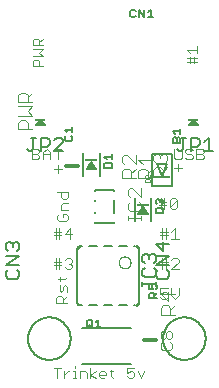
<source format=gbr>
G04 EAGLE Gerber RS-274X export*
G75*
%MOMM*%
%FSLAX34Y34*%
%LPD*%
%INSilkscreen Top*%
%IPPOS*%
%AMOC8*
5,1,8,0,0,1.08239X$1,22.5*%
G01*
%ADD10C,0.101600*%
%ADD11C,0.076200*%
%ADD12C,0.152400*%
%ADD13C,0.304800*%
%ADD14C,0.015238*%
%ADD15C,0.050800*%
%ADD16C,0.127000*%
%ADD17C,0.203200*%
%ADD18R,0.889000X0.190500*%
%ADD19R,1.400000X0.200000*%
%ADD20C,0.025400*%
%ADD21R,1.000000X0.200000*%

G36*
X68598Y77982D02*
X68598Y77982D01*
X68615Y77980D01*
X68719Y78001D01*
X68823Y78019D01*
X68838Y78027D01*
X68856Y78031D01*
X68947Y78084D01*
X69040Y78134D01*
X69052Y78146D01*
X69068Y78156D01*
X69137Y78235D01*
X69210Y78312D01*
X69217Y78328D01*
X69229Y78342D01*
X69269Y78439D01*
X69313Y78535D01*
X69315Y78553D01*
X69322Y78569D01*
X69329Y78675D01*
X69340Y78779D01*
X69336Y78797D01*
X69338Y78815D01*
X69310Y78917D01*
X69288Y79020D01*
X69279Y79035D01*
X69274Y79052D01*
X69189Y79197D01*
X65379Y84277D01*
X65376Y84280D01*
X65374Y84284D01*
X65287Y84365D01*
X65202Y84447D01*
X65198Y84449D01*
X65195Y84452D01*
X65086Y84502D01*
X64979Y84552D01*
X64975Y84552D01*
X64971Y84554D01*
X64853Y84567D01*
X64735Y84580D01*
X64731Y84580D01*
X64726Y84580D01*
X64610Y84554D01*
X64494Y84530D01*
X64490Y84527D01*
X64486Y84526D01*
X64384Y84465D01*
X64282Y84405D01*
X64279Y84401D01*
X64276Y84399D01*
X64161Y84277D01*
X60351Y79197D01*
X60343Y79181D01*
X60331Y79168D01*
X60286Y79072D01*
X60237Y78979D01*
X60234Y78961D01*
X60227Y78945D01*
X60215Y78840D01*
X60199Y78736D01*
X60202Y78718D01*
X60200Y78701D01*
X60222Y78598D01*
X60240Y78493D01*
X60248Y78478D01*
X60252Y78460D01*
X60306Y78370D01*
X60356Y78277D01*
X60369Y78264D01*
X60378Y78249D01*
X60458Y78180D01*
X60535Y78108D01*
X60552Y78101D01*
X60565Y78089D01*
X60663Y78050D01*
X60759Y78006D01*
X60777Y78004D01*
X60793Y77997D01*
X60960Y77979D01*
X68580Y77979D01*
X68598Y77982D01*
G37*
G36*
X-60942Y77982D02*
X-60942Y77982D01*
X-60925Y77980D01*
X-60821Y78001D01*
X-60717Y78019D01*
X-60702Y78027D01*
X-60684Y78031D01*
X-60593Y78084D01*
X-60500Y78134D01*
X-60488Y78146D01*
X-60472Y78156D01*
X-60403Y78235D01*
X-60331Y78312D01*
X-60323Y78328D01*
X-60311Y78342D01*
X-60271Y78439D01*
X-60227Y78535D01*
X-60225Y78553D01*
X-60218Y78569D01*
X-60211Y78675D01*
X-60200Y78779D01*
X-60204Y78797D01*
X-60202Y78815D01*
X-60230Y78917D01*
X-60252Y79020D01*
X-60261Y79035D01*
X-60266Y79052D01*
X-60351Y79197D01*
X-64161Y84277D01*
X-64164Y84280D01*
X-64166Y84284D01*
X-64253Y84365D01*
X-64338Y84447D01*
X-64342Y84449D01*
X-64345Y84452D01*
X-64454Y84502D01*
X-64561Y84552D01*
X-64565Y84552D01*
X-64569Y84554D01*
X-64687Y84567D01*
X-64805Y84580D01*
X-64809Y84580D01*
X-64814Y84580D01*
X-64930Y84554D01*
X-65046Y84530D01*
X-65050Y84527D01*
X-65054Y84526D01*
X-65156Y84465D01*
X-65258Y84405D01*
X-65261Y84401D01*
X-65264Y84399D01*
X-65379Y84277D01*
X-69189Y79197D01*
X-69197Y79181D01*
X-69210Y79168D01*
X-69254Y79072D01*
X-69303Y78979D01*
X-69306Y78961D01*
X-69313Y78945D01*
X-69325Y78840D01*
X-69341Y78736D01*
X-69338Y78718D01*
X-69340Y78701D01*
X-69318Y78598D01*
X-69300Y78493D01*
X-69292Y78478D01*
X-69288Y78460D01*
X-69234Y78370D01*
X-69184Y78277D01*
X-69171Y78264D01*
X-69162Y78249D01*
X-69082Y78180D01*
X-69005Y78108D01*
X-68988Y78101D01*
X-68975Y78089D01*
X-68877Y78050D01*
X-68781Y78006D01*
X-68763Y78004D01*
X-68747Y77997D01*
X-68580Y77979D01*
X-60960Y77979D01*
X-60942Y77982D01*
G37*
G36*
X-19519Y42715D02*
X-19519Y42715D01*
X-19447Y42715D01*
X-19379Y42735D01*
X-19309Y42745D01*
X-19243Y42774D01*
X-19174Y42794D01*
X-19114Y42832D01*
X-19049Y42861D01*
X-18994Y42907D01*
X-18934Y42945D01*
X-18886Y42999D01*
X-18832Y43045D01*
X-18792Y43104D01*
X-18745Y43158D01*
X-18714Y43222D01*
X-18675Y43281D01*
X-18653Y43350D01*
X-18622Y43414D01*
X-18610Y43484D01*
X-18589Y43552D01*
X-18587Y43624D01*
X-18575Y43695D01*
X-18583Y43765D01*
X-18581Y43836D01*
X-18600Y43906D01*
X-18608Y43977D01*
X-18633Y44032D01*
X-18653Y44111D01*
X-18714Y44214D01*
X-18745Y44283D01*
X-20745Y47283D01*
X-20822Y47370D01*
X-20895Y47460D01*
X-20917Y47475D01*
X-20935Y47495D01*
X-21032Y47557D01*
X-21127Y47624D01*
X-21153Y47632D01*
X-21175Y47647D01*
X-21286Y47679D01*
X-21396Y47717D01*
X-21423Y47718D01*
X-21448Y47725D01*
X-21564Y47725D01*
X-21680Y47731D01*
X-21706Y47725D01*
X-21733Y47725D01*
X-21844Y47693D01*
X-21957Y47667D01*
X-21980Y47654D01*
X-22006Y47646D01*
X-22104Y47584D01*
X-22205Y47528D01*
X-22221Y47510D01*
X-22246Y47495D01*
X-22431Y47287D01*
X-22435Y47283D01*
X-24435Y44283D01*
X-24466Y44219D01*
X-24506Y44159D01*
X-24527Y44091D01*
X-24558Y44027D01*
X-24570Y43956D01*
X-24591Y43888D01*
X-24593Y43817D01*
X-24605Y43747D01*
X-24597Y43675D01*
X-24599Y43604D01*
X-24581Y43535D01*
X-24572Y43464D01*
X-24545Y43398D01*
X-24527Y43329D01*
X-24490Y43268D01*
X-24463Y43202D01*
X-24418Y43146D01*
X-24382Y43084D01*
X-24330Y43035D01*
X-24285Y42980D01*
X-24227Y42939D01*
X-24174Y42890D01*
X-24111Y42857D01*
X-24053Y42816D01*
X-23985Y42793D01*
X-23921Y42760D01*
X-23862Y42750D01*
X-23784Y42723D01*
X-23665Y42717D01*
X-23590Y42705D01*
X-19590Y42705D01*
X-19519Y42715D01*
G37*
G36*
X24169Y4615D02*
X24169Y4615D01*
X24241Y4615D01*
X24309Y4635D01*
X24380Y4645D01*
X24445Y4674D01*
X24514Y4694D01*
X24574Y4732D01*
X24639Y4761D01*
X24694Y4807D01*
X24754Y4845D01*
X24802Y4899D01*
X24856Y4945D01*
X24896Y5004D01*
X24943Y5058D01*
X24974Y5122D01*
X25014Y5181D01*
X25035Y5250D01*
X25066Y5314D01*
X25078Y5384D01*
X25099Y5452D01*
X25101Y5524D01*
X25113Y5595D01*
X25105Y5665D01*
X25107Y5736D01*
X25088Y5806D01*
X25080Y5877D01*
X25055Y5932D01*
X25035Y6011D01*
X24974Y6114D01*
X24943Y6183D01*
X22943Y9183D01*
X22866Y9270D01*
X22793Y9360D01*
X22771Y9375D01*
X22753Y9395D01*
X22656Y9457D01*
X22561Y9524D01*
X22535Y9532D01*
X22513Y9547D01*
X22402Y9579D01*
X22292Y9617D01*
X22265Y9618D01*
X22240Y9625D01*
X22124Y9625D01*
X22008Y9631D01*
X21982Y9625D01*
X21955Y9625D01*
X21844Y9593D01*
X21731Y9567D01*
X21708Y9554D01*
X21682Y9546D01*
X21584Y9484D01*
X21483Y9428D01*
X21467Y9410D01*
X21442Y9395D01*
X21257Y9187D01*
X21253Y9183D01*
X19253Y6183D01*
X19222Y6119D01*
X19183Y6059D01*
X19161Y5991D01*
X19130Y5927D01*
X19118Y5856D01*
X19097Y5788D01*
X19095Y5717D01*
X19083Y5647D01*
X19091Y5575D01*
X19089Y5504D01*
X19107Y5435D01*
X19116Y5364D01*
X19143Y5298D01*
X19161Y5229D01*
X19198Y5168D01*
X19225Y5102D01*
X19270Y5046D01*
X19307Y4984D01*
X19358Y4935D01*
X19403Y4880D01*
X19462Y4839D01*
X19514Y4790D01*
X19577Y4757D01*
X19635Y4716D01*
X19703Y4693D01*
X19767Y4660D01*
X19826Y4650D01*
X19904Y4623D01*
X20023Y4617D01*
X20098Y4605D01*
X24098Y4605D01*
X24169Y4615D01*
G37*
D10*
X-62738Y128778D02*
X-71381Y128778D01*
X-71381Y133100D01*
X-69941Y134540D01*
X-67060Y134540D01*
X-65619Y133100D01*
X-65619Y128778D01*
X-62738Y137665D02*
X-71381Y137665D01*
X-65619Y140547D02*
X-62738Y137665D01*
X-65619Y140547D02*
X-62738Y143428D01*
X-71381Y143428D01*
X-71381Y146553D02*
X-62738Y146553D01*
X-71381Y146553D02*
X-71381Y150875D01*
X-69941Y152315D01*
X-67060Y152315D01*
X-65619Y150875D01*
X-65619Y146553D01*
X-65619Y149434D02*
X-62738Y152315D01*
X59429Y132759D02*
X68072Y132759D01*
X68072Y135640D02*
X59429Y135640D01*
X62310Y135640D02*
X62310Y131318D01*
X62310Y135640D02*
X62310Y137080D01*
X65191Y137080D02*
X65191Y131318D01*
X62310Y140205D02*
X59429Y143087D01*
X68072Y143087D01*
X68072Y145968D02*
X68072Y140205D01*
X-71945Y59190D02*
X-71945Y50038D01*
X-71945Y59190D02*
X-67369Y59190D01*
X-65844Y57665D01*
X-65844Y56139D01*
X-67369Y54614D01*
X-65844Y53089D01*
X-65844Y51563D01*
X-67369Y50038D01*
X-71945Y50038D01*
X-71945Y54614D02*
X-67369Y54614D01*
X-62590Y56139D02*
X-62590Y50038D01*
X-62590Y56139D02*
X-59539Y59190D01*
X-56488Y56139D01*
X-56488Y50038D01*
X-56488Y54614D02*
X-62590Y54614D01*
X-50184Y50038D02*
X-50184Y59190D01*
X-53234Y59190D02*
X-47133Y59190D01*
X48705Y59190D02*
X48705Y51563D01*
X50231Y50038D01*
X53281Y50038D01*
X54806Y51563D01*
X54806Y59190D01*
X62636Y59190D02*
X64162Y57665D01*
X62636Y59190D02*
X59586Y59190D01*
X58060Y57665D01*
X58060Y56139D01*
X59586Y54614D01*
X62636Y54614D01*
X64162Y53089D01*
X64162Y51563D01*
X62636Y50038D01*
X59586Y50038D01*
X58060Y51563D01*
X67416Y50038D02*
X67416Y59190D01*
X71992Y59190D01*
X73517Y57665D01*
X73517Y56139D01*
X71992Y54614D01*
X73517Y53089D01*
X73517Y51563D01*
X71992Y50038D01*
X67416Y50038D01*
X67416Y54614D02*
X71992Y54614D01*
X-48775Y4006D02*
X-50300Y2481D01*
X-50300Y-570D01*
X-48775Y-2095D01*
X-42673Y-2095D01*
X-41148Y-570D01*
X-41148Y2481D01*
X-42673Y4006D01*
X-45724Y4006D01*
X-45724Y956D01*
X-47249Y7260D02*
X-41148Y7260D01*
X-47249Y7260D02*
X-47249Y11836D01*
X-45724Y13362D01*
X-41148Y13362D01*
X-41148Y22717D02*
X-50300Y22717D01*
X-41148Y22717D02*
X-41148Y18141D01*
X-42673Y16616D01*
X-45724Y16616D01*
X-47249Y18141D01*
X-47249Y22717D01*
X37128Y17280D02*
X37128Y8128D01*
X40179Y8128D02*
X40179Y17280D01*
X40179Y14229D02*
X35603Y14229D01*
X40179Y14229D02*
X41704Y14229D01*
X41704Y11179D02*
X35603Y11179D01*
X44958Y9653D02*
X44958Y15755D01*
X46483Y17280D01*
X49534Y17280D01*
X51059Y15755D01*
X51059Y9653D01*
X49534Y8128D01*
X46483Y8128D01*
X44958Y9653D01*
X51059Y15755D01*
X38398Y-8120D02*
X38398Y-17272D01*
X41449Y-17272D02*
X41449Y-8120D01*
X41449Y-11171D02*
X36873Y-11171D01*
X41449Y-11171D02*
X42974Y-11171D01*
X42974Y-14221D02*
X36873Y-14221D01*
X46228Y-11171D02*
X49279Y-8120D01*
X49279Y-17272D01*
X52329Y-17272D02*
X46228Y-17272D01*
X38398Y-33520D02*
X38398Y-42672D01*
X41449Y-42672D02*
X41449Y-33520D01*
X41449Y-36571D02*
X36873Y-36571D01*
X41449Y-36571D02*
X42974Y-36571D01*
X42974Y-39621D02*
X36873Y-39621D01*
X46228Y-42672D02*
X52329Y-42672D01*
X46228Y-42672D02*
X52329Y-36571D01*
X52329Y-35046D01*
X50804Y-33520D01*
X47753Y-33520D01*
X46228Y-35046D01*
X42974Y-58920D02*
X36873Y-58920D01*
X36873Y-63496D01*
X39923Y-61971D01*
X41449Y-61971D01*
X42974Y-63496D01*
X42974Y-66547D01*
X41449Y-68072D01*
X38398Y-68072D01*
X36873Y-66547D01*
X46228Y-65021D02*
X46228Y-58920D01*
X46228Y-65021D02*
X49279Y-68072D01*
X52329Y-65021D01*
X52329Y-58920D01*
X-42418Y-71656D02*
X-51570Y-71656D01*
X-51570Y-67080D01*
X-50045Y-65554D01*
X-46994Y-65554D01*
X-45469Y-67080D01*
X-45469Y-71656D01*
X-45469Y-68605D02*
X-42418Y-65554D01*
X-42418Y-62300D02*
X-42418Y-57725D01*
X-43943Y-56199D01*
X-45469Y-57725D01*
X-45469Y-60775D01*
X-46994Y-62300D01*
X-48519Y-60775D01*
X-48519Y-56199D01*
X-50045Y-51420D02*
X-43943Y-51420D01*
X-42418Y-49895D01*
X-48519Y-49895D02*
X-48519Y-52945D01*
X-51772Y-42672D02*
X-51772Y-33520D01*
X-48721Y-33520D02*
X-48721Y-42672D01*
X-48721Y-36571D02*
X-53297Y-36571D01*
X-48721Y-36571D02*
X-47196Y-36571D01*
X-47196Y-39621D02*
X-53297Y-39621D01*
X-43942Y-35046D02*
X-42417Y-33520D01*
X-39366Y-33520D01*
X-37841Y-35046D01*
X-37841Y-36571D01*
X-39366Y-38096D01*
X-40891Y-38096D01*
X-39366Y-38096D02*
X-37841Y-39621D01*
X-37841Y-41147D01*
X-39366Y-42672D01*
X-42417Y-42672D01*
X-43942Y-41147D01*
X-51772Y-17272D02*
X-51772Y-8120D01*
X-48721Y-8120D02*
X-48721Y-17272D01*
X-48721Y-11171D02*
X-53297Y-11171D01*
X-48721Y-11171D02*
X-47196Y-11171D01*
X-47196Y-14221D02*
X-53297Y-14221D01*
X-39366Y-17272D02*
X-39366Y-8120D01*
X-43942Y-12696D01*
X-37841Y-12696D01*
X-50574Y-126485D02*
X-50574Y-135128D01*
X-53455Y-126485D02*
X-47693Y-126485D01*
X-44568Y-129366D02*
X-44568Y-135128D01*
X-44568Y-132247D02*
X-41687Y-129366D01*
X-40246Y-129366D01*
X-37162Y-129366D02*
X-35721Y-129366D01*
X-35721Y-135128D01*
X-34281Y-135128D02*
X-37162Y-135128D01*
X-35721Y-126485D02*
X-35721Y-125044D01*
X-31237Y-129366D02*
X-31237Y-135128D01*
X-31237Y-129366D02*
X-26915Y-129366D01*
X-25475Y-130806D01*
X-25475Y-135128D01*
X-22350Y-135128D02*
X-22350Y-126485D01*
X-22350Y-132247D02*
X-18028Y-135128D01*
X-22350Y-132247D02*
X-18028Y-129366D01*
X-13503Y-135128D02*
X-10622Y-135128D01*
X-13503Y-135128D02*
X-14943Y-133687D01*
X-14943Y-130806D01*
X-13503Y-129366D01*
X-10622Y-129366D01*
X-9181Y-130806D01*
X-9181Y-132247D01*
X-14943Y-132247D01*
X-4615Y-133687D02*
X-4615Y-127925D01*
X-4615Y-133687D02*
X-3175Y-135128D01*
X-3175Y-129366D02*
X-6056Y-129366D01*
X8756Y-126485D02*
X14519Y-126485D01*
X8756Y-126485D02*
X8756Y-130806D01*
X11638Y-129366D01*
X13078Y-129366D01*
X14519Y-130806D01*
X14519Y-133687D01*
X13078Y-135128D01*
X10197Y-135128D01*
X8756Y-133687D01*
X17644Y-129366D02*
X20525Y-135128D01*
X23406Y-129366D01*
D11*
X-46688Y41914D02*
X-52959Y41914D01*
X-49824Y45049D02*
X-49824Y38779D01*
X48641Y43184D02*
X54912Y43184D01*
X51776Y46319D02*
X51776Y40049D01*
D10*
X29972Y34270D02*
X18278Y34270D01*
X18278Y40117D01*
X20227Y42066D01*
X24125Y42066D01*
X26074Y40117D01*
X26074Y34270D01*
X26074Y38168D02*
X29972Y42066D01*
X22176Y45964D02*
X18278Y49862D01*
X29972Y49862D01*
X29972Y45964D02*
X29972Y53760D01*
X16002Y34270D02*
X4308Y34270D01*
X4308Y40117D01*
X6257Y42066D01*
X10155Y42066D01*
X12104Y40117D01*
X12104Y34270D01*
X12104Y38168D02*
X16002Y42066D01*
X16002Y45964D02*
X16002Y53760D01*
X16002Y45964D02*
X8206Y53760D01*
X6257Y53760D01*
X4308Y51811D01*
X4308Y47913D01*
X6257Y45964D01*
D12*
X-2314Y-4060D02*
X-18514Y-4060D01*
X-18514Y24380D02*
X-2314Y24380D01*
X-2314Y15380D02*
X-2314Y4940D01*
X-18514Y14440D02*
X-18514Y15380D01*
X-18514Y5880D02*
X-18514Y4940D01*
X-18514Y23440D02*
X-18514Y24380D01*
X-18514Y-3120D02*
X-18514Y-4060D01*
X-2314Y-4060D02*
X-2314Y-3120D01*
X-2314Y23440D02*
X-2314Y24380D01*
D10*
X20828Y2432D02*
X20828Y-1466D01*
X20828Y483D02*
X9134Y483D01*
X9134Y-1466D02*
X9134Y2432D01*
X9134Y12177D02*
X11083Y14126D01*
X9134Y12177D02*
X9134Y8279D01*
X11083Y6330D01*
X18879Y6330D01*
X20828Y8279D01*
X20828Y12177D01*
X18879Y14126D01*
X20828Y18024D02*
X20828Y25820D01*
X20828Y18024D02*
X13032Y25820D01*
X11083Y25820D01*
X9134Y23871D01*
X9134Y19973D01*
X11083Y18024D01*
D13*
X22860Y-102870D02*
X33020Y-102870D01*
D11*
X37063Y-106496D02*
X38631Y-104929D01*
X37063Y-106496D02*
X37063Y-109632D01*
X38631Y-111199D01*
X44901Y-111199D01*
X46469Y-109632D01*
X46469Y-106496D01*
X44901Y-104929D01*
X38631Y-101844D02*
X37063Y-100277D01*
X37063Y-97141D01*
X38631Y-95574D01*
X40198Y-95574D01*
X41766Y-97141D01*
X43334Y-95574D01*
X44901Y-95574D01*
X46469Y-97141D01*
X46469Y-100277D01*
X44901Y-101844D01*
X43334Y-101844D01*
X41766Y-100277D01*
X40198Y-101844D01*
X38631Y-101844D01*
X41766Y-100277D02*
X41766Y-97141D01*
D14*
X15955Y-73945D02*
X15955Y-72572D01*
X15956Y-72572D02*
X16040Y-72567D01*
X16124Y-72558D01*
X16207Y-72544D01*
X16290Y-72527D01*
X16371Y-72506D01*
X16452Y-72482D01*
X16531Y-72453D01*
X16609Y-72421D01*
X16686Y-72385D01*
X16760Y-72346D01*
X16833Y-72304D01*
X16904Y-72258D01*
X16972Y-72208D01*
X17038Y-72156D01*
X17102Y-72101D01*
X17163Y-72043D01*
X17221Y-71982D01*
X17276Y-71918D01*
X17328Y-71852D01*
X17378Y-71784D01*
X17424Y-71713D01*
X17466Y-71640D01*
X17505Y-71566D01*
X17541Y-71489D01*
X17573Y-71411D01*
X17602Y-71332D01*
X17626Y-71251D01*
X17647Y-71170D01*
X17664Y-71087D01*
X17678Y-71004D01*
X17687Y-70920D01*
X17692Y-70836D01*
X19065Y-70835D01*
X19065Y-70836D01*
X19061Y-70946D01*
X19052Y-71056D01*
X19040Y-71166D01*
X19024Y-71275D01*
X19004Y-71383D01*
X18981Y-71491D01*
X18954Y-71598D01*
X18923Y-71704D01*
X18888Y-71809D01*
X18850Y-71912D01*
X18809Y-72014D01*
X18764Y-72115D01*
X18715Y-72214D01*
X18663Y-72311D01*
X18608Y-72406D01*
X18549Y-72500D01*
X18487Y-72591D01*
X18422Y-72680D01*
X18354Y-72767D01*
X18283Y-72852D01*
X18209Y-72934D01*
X18133Y-73013D01*
X18054Y-73089D01*
X17972Y-73163D01*
X17887Y-73234D01*
X17800Y-73302D01*
X17711Y-73367D01*
X17620Y-73429D01*
X17526Y-73488D01*
X17431Y-73543D01*
X17334Y-73595D01*
X17235Y-73644D01*
X17134Y-73689D01*
X17032Y-73730D01*
X16929Y-73768D01*
X16824Y-73803D01*
X16718Y-73834D01*
X16611Y-73861D01*
X16503Y-73884D01*
X16395Y-73904D01*
X16286Y-73920D01*
X16176Y-73932D01*
X16066Y-73941D01*
X15956Y-73945D01*
X15956Y-73802D01*
X16064Y-73797D01*
X16171Y-73789D01*
X16278Y-73777D01*
X16384Y-73761D01*
X16490Y-73741D01*
X16595Y-73718D01*
X16699Y-73691D01*
X16802Y-73660D01*
X16904Y-73625D01*
X17005Y-73587D01*
X17104Y-73546D01*
X17202Y-73501D01*
X17298Y-73452D01*
X17392Y-73401D01*
X17485Y-73345D01*
X17575Y-73287D01*
X17664Y-73226D01*
X17750Y-73161D01*
X17833Y-73093D01*
X17915Y-73023D01*
X17993Y-72949D01*
X18069Y-72873D01*
X18143Y-72795D01*
X18213Y-72713D01*
X18281Y-72630D01*
X18346Y-72544D01*
X18407Y-72455D01*
X18465Y-72365D01*
X18521Y-72272D01*
X18572Y-72178D01*
X18621Y-72082D01*
X18666Y-71984D01*
X18707Y-71885D01*
X18745Y-71784D01*
X18780Y-71682D01*
X18811Y-71579D01*
X18838Y-71475D01*
X18861Y-71370D01*
X18881Y-71264D01*
X18897Y-71158D01*
X18909Y-71051D01*
X18917Y-70944D01*
X18922Y-70836D01*
X18779Y-70836D01*
X18774Y-70941D01*
X18766Y-71045D01*
X18754Y-71149D01*
X18738Y-71253D01*
X18718Y-71356D01*
X18695Y-71458D01*
X18668Y-71559D01*
X18637Y-71660D01*
X18603Y-71759D01*
X18565Y-71856D01*
X18523Y-71953D01*
X18479Y-72048D01*
X18430Y-72141D01*
X18379Y-72232D01*
X18324Y-72321D01*
X18266Y-72409D01*
X18205Y-72494D01*
X18141Y-72577D01*
X18073Y-72657D01*
X18003Y-72735D01*
X17931Y-72811D01*
X17855Y-72883D01*
X17777Y-72953D01*
X17697Y-73021D01*
X17614Y-73085D01*
X17529Y-73146D01*
X17441Y-73204D01*
X17352Y-73259D01*
X17261Y-73310D01*
X17168Y-73359D01*
X17073Y-73403D01*
X16976Y-73445D01*
X16879Y-73483D01*
X16780Y-73517D01*
X16679Y-73548D01*
X16578Y-73575D01*
X16476Y-73598D01*
X16373Y-73618D01*
X16269Y-73634D01*
X16165Y-73646D01*
X16061Y-73654D01*
X15956Y-73659D01*
X15956Y-73516D01*
X16060Y-73511D01*
X16164Y-73502D01*
X16268Y-73490D01*
X16371Y-73473D01*
X16474Y-73452D01*
X16575Y-73428D01*
X16676Y-73400D01*
X16775Y-73368D01*
X16873Y-73332D01*
X16970Y-73292D01*
X17065Y-73249D01*
X17159Y-73203D01*
X17250Y-73152D01*
X17340Y-73099D01*
X17427Y-73042D01*
X17513Y-72981D01*
X17596Y-72918D01*
X17676Y-72851D01*
X17754Y-72782D01*
X17829Y-72709D01*
X17902Y-72634D01*
X17971Y-72556D01*
X18038Y-72476D01*
X18101Y-72393D01*
X18162Y-72307D01*
X18219Y-72220D01*
X18272Y-72130D01*
X18323Y-72039D01*
X18369Y-71945D01*
X18412Y-71850D01*
X18452Y-71753D01*
X18488Y-71655D01*
X18520Y-71556D01*
X18548Y-71455D01*
X18572Y-71354D01*
X18593Y-71251D01*
X18610Y-71148D01*
X18622Y-71044D01*
X18631Y-70940D01*
X18636Y-70836D01*
X18493Y-70836D01*
X18488Y-70937D01*
X18479Y-71038D01*
X18466Y-71139D01*
X18450Y-71239D01*
X18429Y-71338D01*
X18405Y-71437D01*
X18377Y-71534D01*
X18345Y-71630D01*
X18309Y-71725D01*
X18270Y-71819D01*
X18227Y-71910D01*
X18181Y-72001D01*
X18131Y-72089D01*
X18078Y-72175D01*
X18021Y-72259D01*
X17962Y-72341D01*
X17899Y-72421D01*
X17833Y-72498D01*
X17764Y-72572D01*
X17692Y-72644D01*
X17618Y-72713D01*
X17541Y-72779D01*
X17461Y-72842D01*
X17379Y-72901D01*
X17295Y-72958D01*
X17209Y-73011D01*
X17121Y-73061D01*
X17030Y-73107D01*
X16939Y-73150D01*
X16845Y-73189D01*
X16750Y-73225D01*
X16654Y-73257D01*
X16557Y-73285D01*
X16458Y-73309D01*
X16359Y-73330D01*
X16259Y-73346D01*
X16158Y-73359D01*
X16057Y-73368D01*
X15956Y-73373D01*
X15956Y-73230D01*
X16054Y-73225D01*
X16152Y-73216D01*
X16249Y-73203D01*
X16346Y-73187D01*
X16442Y-73166D01*
X16537Y-73142D01*
X16631Y-73114D01*
X16724Y-73082D01*
X16815Y-73047D01*
X16905Y-73008D01*
X16994Y-72966D01*
X17081Y-72920D01*
X17165Y-72870D01*
X17248Y-72818D01*
X17329Y-72762D01*
X17407Y-72703D01*
X17483Y-72640D01*
X17557Y-72575D01*
X17627Y-72507D01*
X17695Y-72437D01*
X17760Y-72363D01*
X17823Y-72287D01*
X17882Y-72209D01*
X17938Y-72128D01*
X17990Y-72045D01*
X18040Y-71961D01*
X18086Y-71874D01*
X18128Y-71785D01*
X18167Y-71695D01*
X18202Y-71604D01*
X18234Y-71511D01*
X18262Y-71417D01*
X18286Y-71322D01*
X18307Y-71226D01*
X18323Y-71129D01*
X18336Y-71032D01*
X18345Y-70934D01*
X18350Y-70836D01*
X18207Y-70836D01*
X18202Y-70931D01*
X18193Y-71025D01*
X18180Y-71119D01*
X18164Y-71212D01*
X18143Y-71305D01*
X18119Y-71396D01*
X18092Y-71487D01*
X18060Y-71576D01*
X18025Y-71664D01*
X17987Y-71751D01*
X17945Y-71835D01*
X17899Y-71919D01*
X17850Y-72000D01*
X17798Y-72079D01*
X17743Y-72156D01*
X17685Y-72230D01*
X17623Y-72303D01*
X17559Y-72372D01*
X17492Y-72439D01*
X17423Y-72503D01*
X17350Y-72565D01*
X17276Y-72623D01*
X17199Y-72678D01*
X17120Y-72730D01*
X17039Y-72779D01*
X16955Y-72825D01*
X16871Y-72867D01*
X16784Y-72905D01*
X16696Y-72940D01*
X16607Y-72972D01*
X16516Y-72999D01*
X16425Y-73023D01*
X16332Y-73044D01*
X16239Y-73060D01*
X16145Y-73073D01*
X16051Y-73082D01*
X15956Y-73087D01*
X15956Y-72944D01*
X16047Y-72939D01*
X16138Y-72930D01*
X16228Y-72917D01*
X16317Y-72901D01*
X16406Y-72881D01*
X16494Y-72857D01*
X16581Y-72829D01*
X16667Y-72798D01*
X16751Y-72764D01*
X16834Y-72726D01*
X16915Y-72684D01*
X16994Y-72639D01*
X17072Y-72591D01*
X17147Y-72540D01*
X17220Y-72486D01*
X17291Y-72428D01*
X17359Y-72368D01*
X17425Y-72305D01*
X17488Y-72239D01*
X17548Y-72171D01*
X17606Y-72100D01*
X17660Y-72027D01*
X17711Y-71952D01*
X17759Y-71874D01*
X17804Y-71795D01*
X17846Y-71714D01*
X17884Y-71631D01*
X17918Y-71547D01*
X17949Y-71461D01*
X17977Y-71374D01*
X18001Y-71286D01*
X18021Y-71197D01*
X18037Y-71108D01*
X18050Y-71018D01*
X18059Y-70927D01*
X18064Y-70836D01*
X17921Y-70836D01*
X17915Y-70926D01*
X17906Y-71015D01*
X17893Y-71104D01*
X17876Y-71192D01*
X17855Y-71280D01*
X17830Y-71366D01*
X17801Y-71451D01*
X17769Y-71535D01*
X17733Y-71617D01*
X17694Y-71698D01*
X17651Y-71777D01*
X17604Y-71854D01*
X17554Y-71929D01*
X17501Y-72001D01*
X17445Y-72071D01*
X17386Y-72139D01*
X17324Y-72204D01*
X17259Y-72266D01*
X17191Y-72325D01*
X17121Y-72381D01*
X17049Y-72434D01*
X16974Y-72484D01*
X16897Y-72531D01*
X16818Y-72574D01*
X16737Y-72613D01*
X16655Y-72649D01*
X16571Y-72681D01*
X16486Y-72710D01*
X16400Y-72735D01*
X16312Y-72756D01*
X16224Y-72773D01*
X16135Y-72786D01*
X16046Y-72795D01*
X15956Y-72801D01*
X15956Y-72657D01*
X16042Y-72652D01*
X16127Y-72643D01*
X16212Y-72630D01*
X16296Y-72613D01*
X16379Y-72592D01*
X16461Y-72568D01*
X16542Y-72540D01*
X16622Y-72508D01*
X16700Y-72473D01*
X16777Y-72434D01*
X16851Y-72392D01*
X16924Y-72346D01*
X16995Y-72297D01*
X17063Y-72246D01*
X17129Y-72191D01*
X17192Y-72133D01*
X17253Y-72072D01*
X17311Y-72009D01*
X17366Y-71943D01*
X17417Y-71875D01*
X17466Y-71804D01*
X17512Y-71731D01*
X17554Y-71657D01*
X17593Y-71580D01*
X17628Y-71502D01*
X17660Y-71422D01*
X17688Y-71341D01*
X17712Y-71259D01*
X17733Y-71176D01*
X17750Y-71092D01*
X17763Y-71007D01*
X17772Y-70922D01*
X17777Y-70836D01*
D12*
X-31120Y-73260D02*
X-31218Y-73258D01*
X-31316Y-73252D01*
X-31414Y-73243D01*
X-31511Y-73229D01*
X-31608Y-73212D01*
X-31704Y-73191D01*
X-31799Y-73166D01*
X-31893Y-73138D01*
X-31985Y-73105D01*
X-32077Y-73070D01*
X-32167Y-73030D01*
X-32255Y-72988D01*
X-32342Y-72941D01*
X-32426Y-72892D01*
X-32509Y-72839D01*
X-32589Y-72783D01*
X-32668Y-72723D01*
X-32744Y-72661D01*
X-32817Y-72596D01*
X-32888Y-72528D01*
X-32956Y-72457D01*
X-33021Y-72384D01*
X-33083Y-72308D01*
X-33143Y-72229D01*
X-33199Y-72149D01*
X-33252Y-72066D01*
X-33301Y-71982D01*
X-33348Y-71895D01*
X-33390Y-71807D01*
X-33430Y-71717D01*
X-33465Y-71625D01*
X-33498Y-71533D01*
X-33526Y-71439D01*
X-33551Y-71344D01*
X-33572Y-71248D01*
X-33589Y-71151D01*
X-33603Y-71054D01*
X-33612Y-70956D01*
X-33618Y-70858D01*
X-33620Y-70760D01*
D14*
X-31195Y-22575D02*
X-31195Y-23948D01*
X-31196Y-23948D02*
X-31280Y-23953D01*
X-31364Y-23962D01*
X-31447Y-23976D01*
X-31530Y-23993D01*
X-31611Y-24014D01*
X-31692Y-24038D01*
X-31771Y-24067D01*
X-31849Y-24099D01*
X-31926Y-24135D01*
X-32000Y-24174D01*
X-32073Y-24216D01*
X-32144Y-24262D01*
X-32212Y-24312D01*
X-32278Y-24364D01*
X-32342Y-24419D01*
X-32403Y-24477D01*
X-32461Y-24538D01*
X-32516Y-24602D01*
X-32568Y-24668D01*
X-32618Y-24736D01*
X-32664Y-24807D01*
X-32706Y-24880D01*
X-32745Y-24954D01*
X-32781Y-25031D01*
X-32813Y-25109D01*
X-32842Y-25188D01*
X-32866Y-25269D01*
X-32887Y-25350D01*
X-32904Y-25433D01*
X-32918Y-25516D01*
X-32927Y-25600D01*
X-32932Y-25684D01*
X-34305Y-25685D01*
X-34305Y-25684D01*
X-34301Y-25574D01*
X-34292Y-25464D01*
X-34280Y-25354D01*
X-34264Y-25245D01*
X-34244Y-25137D01*
X-34221Y-25029D01*
X-34194Y-24922D01*
X-34163Y-24816D01*
X-34128Y-24711D01*
X-34090Y-24608D01*
X-34049Y-24506D01*
X-34004Y-24405D01*
X-33955Y-24306D01*
X-33903Y-24209D01*
X-33848Y-24114D01*
X-33789Y-24020D01*
X-33727Y-23929D01*
X-33662Y-23840D01*
X-33594Y-23753D01*
X-33523Y-23668D01*
X-33449Y-23586D01*
X-33373Y-23507D01*
X-33294Y-23431D01*
X-33212Y-23357D01*
X-33127Y-23286D01*
X-33040Y-23218D01*
X-32951Y-23153D01*
X-32860Y-23091D01*
X-32766Y-23032D01*
X-32671Y-22977D01*
X-32574Y-22925D01*
X-32475Y-22876D01*
X-32374Y-22831D01*
X-32272Y-22790D01*
X-32169Y-22752D01*
X-32064Y-22717D01*
X-31958Y-22686D01*
X-31851Y-22659D01*
X-31743Y-22636D01*
X-31635Y-22616D01*
X-31526Y-22600D01*
X-31416Y-22588D01*
X-31306Y-22579D01*
X-31196Y-22575D01*
X-31196Y-22718D01*
X-31304Y-22723D01*
X-31411Y-22731D01*
X-31518Y-22743D01*
X-31624Y-22759D01*
X-31730Y-22779D01*
X-31835Y-22802D01*
X-31939Y-22829D01*
X-32042Y-22860D01*
X-32144Y-22895D01*
X-32245Y-22933D01*
X-32344Y-22974D01*
X-32442Y-23019D01*
X-32538Y-23068D01*
X-32632Y-23119D01*
X-32725Y-23175D01*
X-32815Y-23233D01*
X-32904Y-23294D01*
X-32990Y-23359D01*
X-33073Y-23427D01*
X-33155Y-23497D01*
X-33233Y-23571D01*
X-33309Y-23647D01*
X-33383Y-23725D01*
X-33453Y-23807D01*
X-33521Y-23890D01*
X-33586Y-23976D01*
X-33647Y-24065D01*
X-33705Y-24155D01*
X-33761Y-24248D01*
X-33812Y-24342D01*
X-33861Y-24438D01*
X-33906Y-24536D01*
X-33947Y-24635D01*
X-33985Y-24736D01*
X-34020Y-24838D01*
X-34051Y-24941D01*
X-34078Y-25045D01*
X-34101Y-25150D01*
X-34121Y-25256D01*
X-34137Y-25362D01*
X-34149Y-25469D01*
X-34157Y-25576D01*
X-34162Y-25684D01*
X-34019Y-25684D01*
X-34014Y-25579D01*
X-34006Y-25475D01*
X-33994Y-25371D01*
X-33978Y-25267D01*
X-33958Y-25164D01*
X-33935Y-25062D01*
X-33908Y-24961D01*
X-33877Y-24860D01*
X-33843Y-24761D01*
X-33805Y-24664D01*
X-33763Y-24567D01*
X-33719Y-24472D01*
X-33670Y-24379D01*
X-33619Y-24288D01*
X-33564Y-24199D01*
X-33506Y-24111D01*
X-33445Y-24026D01*
X-33381Y-23943D01*
X-33313Y-23863D01*
X-33243Y-23785D01*
X-33171Y-23709D01*
X-33095Y-23637D01*
X-33017Y-23567D01*
X-32937Y-23499D01*
X-32854Y-23435D01*
X-32769Y-23374D01*
X-32681Y-23316D01*
X-32592Y-23261D01*
X-32501Y-23210D01*
X-32408Y-23161D01*
X-32313Y-23117D01*
X-32216Y-23075D01*
X-32119Y-23037D01*
X-32020Y-23003D01*
X-31919Y-22972D01*
X-31818Y-22945D01*
X-31716Y-22922D01*
X-31613Y-22902D01*
X-31509Y-22886D01*
X-31405Y-22874D01*
X-31301Y-22866D01*
X-31196Y-22861D01*
X-31196Y-23004D01*
X-31300Y-23009D01*
X-31404Y-23018D01*
X-31508Y-23030D01*
X-31611Y-23047D01*
X-31714Y-23068D01*
X-31815Y-23092D01*
X-31916Y-23120D01*
X-32015Y-23152D01*
X-32113Y-23188D01*
X-32210Y-23228D01*
X-32305Y-23271D01*
X-32399Y-23317D01*
X-32490Y-23368D01*
X-32580Y-23421D01*
X-32667Y-23478D01*
X-32753Y-23539D01*
X-32836Y-23602D01*
X-32916Y-23669D01*
X-32994Y-23738D01*
X-33069Y-23811D01*
X-33142Y-23886D01*
X-33211Y-23964D01*
X-33278Y-24044D01*
X-33341Y-24127D01*
X-33402Y-24213D01*
X-33459Y-24300D01*
X-33512Y-24390D01*
X-33563Y-24481D01*
X-33609Y-24575D01*
X-33652Y-24670D01*
X-33692Y-24767D01*
X-33728Y-24865D01*
X-33760Y-24964D01*
X-33788Y-25065D01*
X-33812Y-25166D01*
X-33833Y-25269D01*
X-33850Y-25372D01*
X-33862Y-25476D01*
X-33871Y-25580D01*
X-33876Y-25684D01*
X-33733Y-25684D01*
X-33728Y-25583D01*
X-33719Y-25482D01*
X-33706Y-25381D01*
X-33690Y-25281D01*
X-33669Y-25182D01*
X-33645Y-25083D01*
X-33617Y-24986D01*
X-33585Y-24890D01*
X-33549Y-24795D01*
X-33510Y-24701D01*
X-33467Y-24610D01*
X-33421Y-24519D01*
X-33371Y-24431D01*
X-33318Y-24345D01*
X-33261Y-24261D01*
X-33202Y-24179D01*
X-33139Y-24099D01*
X-33073Y-24022D01*
X-33004Y-23948D01*
X-32932Y-23876D01*
X-32858Y-23807D01*
X-32781Y-23741D01*
X-32701Y-23678D01*
X-32619Y-23619D01*
X-32535Y-23562D01*
X-32449Y-23509D01*
X-32361Y-23459D01*
X-32270Y-23413D01*
X-32179Y-23370D01*
X-32085Y-23331D01*
X-31990Y-23295D01*
X-31894Y-23263D01*
X-31797Y-23235D01*
X-31698Y-23211D01*
X-31599Y-23190D01*
X-31499Y-23174D01*
X-31398Y-23161D01*
X-31297Y-23152D01*
X-31196Y-23147D01*
X-31196Y-23290D01*
X-31294Y-23295D01*
X-31392Y-23304D01*
X-31489Y-23317D01*
X-31586Y-23333D01*
X-31682Y-23354D01*
X-31777Y-23378D01*
X-31871Y-23406D01*
X-31964Y-23438D01*
X-32055Y-23473D01*
X-32145Y-23512D01*
X-32234Y-23554D01*
X-32321Y-23600D01*
X-32405Y-23650D01*
X-32488Y-23702D01*
X-32569Y-23758D01*
X-32647Y-23817D01*
X-32723Y-23880D01*
X-32797Y-23945D01*
X-32867Y-24013D01*
X-32935Y-24083D01*
X-33000Y-24157D01*
X-33063Y-24233D01*
X-33122Y-24311D01*
X-33178Y-24392D01*
X-33230Y-24475D01*
X-33280Y-24559D01*
X-33326Y-24646D01*
X-33368Y-24735D01*
X-33407Y-24825D01*
X-33442Y-24916D01*
X-33474Y-25009D01*
X-33502Y-25103D01*
X-33526Y-25198D01*
X-33547Y-25294D01*
X-33563Y-25391D01*
X-33576Y-25488D01*
X-33585Y-25586D01*
X-33590Y-25684D01*
X-33447Y-25684D01*
X-33442Y-25589D01*
X-33433Y-25495D01*
X-33420Y-25401D01*
X-33404Y-25308D01*
X-33383Y-25215D01*
X-33359Y-25124D01*
X-33332Y-25033D01*
X-33300Y-24944D01*
X-33265Y-24856D01*
X-33227Y-24769D01*
X-33185Y-24685D01*
X-33139Y-24601D01*
X-33090Y-24520D01*
X-33038Y-24441D01*
X-32983Y-24364D01*
X-32925Y-24290D01*
X-32863Y-24217D01*
X-32799Y-24148D01*
X-32732Y-24081D01*
X-32663Y-24017D01*
X-32590Y-23955D01*
X-32516Y-23897D01*
X-32439Y-23842D01*
X-32360Y-23790D01*
X-32279Y-23741D01*
X-32195Y-23695D01*
X-32111Y-23653D01*
X-32024Y-23615D01*
X-31936Y-23580D01*
X-31847Y-23548D01*
X-31756Y-23521D01*
X-31665Y-23497D01*
X-31572Y-23476D01*
X-31479Y-23460D01*
X-31385Y-23447D01*
X-31291Y-23438D01*
X-31196Y-23433D01*
X-31196Y-23576D01*
X-31287Y-23581D01*
X-31378Y-23590D01*
X-31468Y-23603D01*
X-31557Y-23619D01*
X-31646Y-23639D01*
X-31734Y-23663D01*
X-31821Y-23691D01*
X-31907Y-23722D01*
X-31991Y-23756D01*
X-32074Y-23794D01*
X-32155Y-23836D01*
X-32234Y-23881D01*
X-32312Y-23929D01*
X-32387Y-23980D01*
X-32460Y-24034D01*
X-32531Y-24092D01*
X-32599Y-24152D01*
X-32665Y-24215D01*
X-32728Y-24281D01*
X-32788Y-24349D01*
X-32846Y-24420D01*
X-32900Y-24493D01*
X-32951Y-24568D01*
X-32999Y-24646D01*
X-33044Y-24725D01*
X-33086Y-24806D01*
X-33124Y-24889D01*
X-33158Y-24973D01*
X-33189Y-25059D01*
X-33217Y-25146D01*
X-33241Y-25234D01*
X-33261Y-25323D01*
X-33277Y-25412D01*
X-33290Y-25502D01*
X-33299Y-25593D01*
X-33304Y-25684D01*
X-33161Y-25684D01*
X-33155Y-25594D01*
X-33146Y-25505D01*
X-33133Y-25416D01*
X-33116Y-25328D01*
X-33095Y-25240D01*
X-33070Y-25154D01*
X-33041Y-25069D01*
X-33009Y-24985D01*
X-32973Y-24903D01*
X-32934Y-24822D01*
X-32891Y-24743D01*
X-32844Y-24666D01*
X-32794Y-24591D01*
X-32741Y-24519D01*
X-32685Y-24449D01*
X-32626Y-24381D01*
X-32564Y-24316D01*
X-32499Y-24254D01*
X-32431Y-24195D01*
X-32361Y-24139D01*
X-32289Y-24086D01*
X-32214Y-24036D01*
X-32137Y-23989D01*
X-32058Y-23946D01*
X-31977Y-23907D01*
X-31895Y-23871D01*
X-31811Y-23839D01*
X-31726Y-23810D01*
X-31640Y-23785D01*
X-31552Y-23764D01*
X-31464Y-23747D01*
X-31375Y-23734D01*
X-31286Y-23725D01*
X-31196Y-23719D01*
X-31196Y-23863D01*
X-31282Y-23868D01*
X-31367Y-23877D01*
X-31452Y-23890D01*
X-31536Y-23907D01*
X-31619Y-23928D01*
X-31701Y-23952D01*
X-31782Y-23980D01*
X-31862Y-24012D01*
X-31940Y-24047D01*
X-32017Y-24086D01*
X-32091Y-24128D01*
X-32164Y-24174D01*
X-32235Y-24223D01*
X-32303Y-24274D01*
X-32369Y-24329D01*
X-32432Y-24387D01*
X-32493Y-24448D01*
X-32551Y-24511D01*
X-32606Y-24577D01*
X-32657Y-24645D01*
X-32706Y-24716D01*
X-32752Y-24789D01*
X-32794Y-24863D01*
X-32833Y-24940D01*
X-32868Y-25018D01*
X-32900Y-25098D01*
X-32928Y-25179D01*
X-32952Y-25261D01*
X-32973Y-25344D01*
X-32990Y-25428D01*
X-33003Y-25513D01*
X-33012Y-25598D01*
X-33017Y-25684D01*
X19065Y-25685D02*
X17692Y-25685D01*
X17692Y-25684D02*
X17687Y-25600D01*
X17678Y-25516D01*
X17664Y-25433D01*
X17647Y-25350D01*
X17626Y-25269D01*
X17602Y-25188D01*
X17573Y-25109D01*
X17541Y-25031D01*
X17505Y-24954D01*
X17466Y-24880D01*
X17424Y-24807D01*
X17378Y-24736D01*
X17328Y-24668D01*
X17276Y-24602D01*
X17221Y-24538D01*
X17163Y-24477D01*
X17102Y-24419D01*
X17038Y-24364D01*
X16972Y-24312D01*
X16904Y-24262D01*
X16833Y-24216D01*
X16760Y-24174D01*
X16686Y-24135D01*
X16609Y-24099D01*
X16531Y-24067D01*
X16452Y-24038D01*
X16371Y-24014D01*
X16290Y-23993D01*
X16207Y-23976D01*
X16124Y-23962D01*
X16040Y-23953D01*
X15956Y-23948D01*
X15955Y-22575D01*
X15956Y-22575D01*
X16066Y-22579D01*
X16176Y-22588D01*
X16286Y-22600D01*
X16395Y-22616D01*
X16503Y-22636D01*
X16611Y-22659D01*
X16718Y-22686D01*
X16824Y-22717D01*
X16929Y-22752D01*
X17032Y-22790D01*
X17134Y-22831D01*
X17235Y-22876D01*
X17334Y-22925D01*
X17431Y-22977D01*
X17526Y-23032D01*
X17620Y-23091D01*
X17711Y-23153D01*
X17800Y-23218D01*
X17887Y-23286D01*
X17972Y-23357D01*
X18054Y-23431D01*
X18133Y-23507D01*
X18209Y-23586D01*
X18283Y-23668D01*
X18354Y-23753D01*
X18422Y-23840D01*
X18487Y-23929D01*
X18549Y-24020D01*
X18608Y-24114D01*
X18663Y-24209D01*
X18715Y-24306D01*
X18764Y-24405D01*
X18809Y-24506D01*
X18850Y-24608D01*
X18888Y-24711D01*
X18923Y-24816D01*
X18954Y-24922D01*
X18981Y-25029D01*
X19004Y-25137D01*
X19024Y-25245D01*
X19040Y-25354D01*
X19052Y-25464D01*
X19061Y-25574D01*
X19065Y-25684D01*
X18922Y-25684D01*
X18917Y-25576D01*
X18909Y-25469D01*
X18897Y-25362D01*
X18881Y-25256D01*
X18861Y-25150D01*
X18838Y-25045D01*
X18811Y-24941D01*
X18780Y-24838D01*
X18745Y-24736D01*
X18707Y-24635D01*
X18666Y-24536D01*
X18621Y-24438D01*
X18572Y-24342D01*
X18521Y-24248D01*
X18465Y-24155D01*
X18407Y-24065D01*
X18346Y-23976D01*
X18281Y-23890D01*
X18213Y-23807D01*
X18143Y-23725D01*
X18069Y-23647D01*
X17993Y-23571D01*
X17915Y-23497D01*
X17833Y-23427D01*
X17750Y-23359D01*
X17664Y-23294D01*
X17575Y-23233D01*
X17485Y-23175D01*
X17392Y-23119D01*
X17298Y-23068D01*
X17202Y-23019D01*
X17104Y-22974D01*
X17005Y-22933D01*
X16904Y-22895D01*
X16802Y-22860D01*
X16699Y-22829D01*
X16595Y-22802D01*
X16490Y-22779D01*
X16384Y-22759D01*
X16278Y-22743D01*
X16171Y-22731D01*
X16064Y-22723D01*
X15956Y-22718D01*
X15956Y-22861D01*
X16061Y-22866D01*
X16165Y-22874D01*
X16269Y-22886D01*
X16373Y-22902D01*
X16476Y-22922D01*
X16578Y-22945D01*
X16679Y-22972D01*
X16780Y-23003D01*
X16879Y-23037D01*
X16976Y-23075D01*
X17073Y-23117D01*
X17168Y-23161D01*
X17261Y-23210D01*
X17352Y-23261D01*
X17441Y-23316D01*
X17529Y-23374D01*
X17614Y-23435D01*
X17697Y-23499D01*
X17777Y-23567D01*
X17855Y-23637D01*
X17931Y-23709D01*
X18003Y-23785D01*
X18073Y-23863D01*
X18141Y-23943D01*
X18205Y-24026D01*
X18266Y-24111D01*
X18324Y-24199D01*
X18379Y-24288D01*
X18430Y-24379D01*
X18479Y-24472D01*
X18523Y-24567D01*
X18565Y-24664D01*
X18603Y-24761D01*
X18637Y-24860D01*
X18668Y-24961D01*
X18695Y-25062D01*
X18718Y-25164D01*
X18738Y-25267D01*
X18754Y-25371D01*
X18766Y-25475D01*
X18774Y-25579D01*
X18779Y-25684D01*
X18636Y-25684D01*
X18631Y-25580D01*
X18622Y-25476D01*
X18610Y-25372D01*
X18593Y-25269D01*
X18572Y-25166D01*
X18548Y-25065D01*
X18520Y-24964D01*
X18488Y-24865D01*
X18452Y-24767D01*
X18412Y-24670D01*
X18369Y-24575D01*
X18323Y-24481D01*
X18272Y-24390D01*
X18219Y-24300D01*
X18162Y-24213D01*
X18101Y-24127D01*
X18038Y-24044D01*
X17971Y-23964D01*
X17902Y-23886D01*
X17829Y-23811D01*
X17754Y-23738D01*
X17676Y-23669D01*
X17596Y-23602D01*
X17513Y-23539D01*
X17427Y-23478D01*
X17340Y-23421D01*
X17250Y-23368D01*
X17159Y-23317D01*
X17065Y-23271D01*
X16970Y-23228D01*
X16873Y-23188D01*
X16775Y-23152D01*
X16676Y-23120D01*
X16575Y-23092D01*
X16474Y-23068D01*
X16371Y-23047D01*
X16268Y-23030D01*
X16164Y-23018D01*
X16060Y-23009D01*
X15956Y-23004D01*
X15956Y-23147D01*
X16057Y-23152D01*
X16158Y-23161D01*
X16259Y-23174D01*
X16359Y-23190D01*
X16458Y-23211D01*
X16557Y-23235D01*
X16654Y-23263D01*
X16750Y-23295D01*
X16845Y-23331D01*
X16939Y-23370D01*
X17030Y-23413D01*
X17121Y-23459D01*
X17209Y-23509D01*
X17295Y-23562D01*
X17379Y-23619D01*
X17461Y-23678D01*
X17541Y-23741D01*
X17618Y-23807D01*
X17692Y-23876D01*
X17764Y-23948D01*
X17833Y-24022D01*
X17899Y-24099D01*
X17962Y-24179D01*
X18021Y-24261D01*
X18078Y-24345D01*
X18131Y-24431D01*
X18181Y-24519D01*
X18227Y-24610D01*
X18270Y-24701D01*
X18309Y-24795D01*
X18345Y-24890D01*
X18377Y-24986D01*
X18405Y-25083D01*
X18429Y-25182D01*
X18450Y-25281D01*
X18466Y-25381D01*
X18479Y-25482D01*
X18488Y-25583D01*
X18493Y-25684D01*
X18350Y-25684D01*
X18345Y-25586D01*
X18336Y-25488D01*
X18323Y-25391D01*
X18307Y-25294D01*
X18286Y-25198D01*
X18262Y-25103D01*
X18234Y-25009D01*
X18202Y-24916D01*
X18167Y-24825D01*
X18128Y-24735D01*
X18086Y-24646D01*
X18040Y-24559D01*
X17990Y-24475D01*
X17938Y-24392D01*
X17882Y-24311D01*
X17823Y-24233D01*
X17760Y-24157D01*
X17695Y-24083D01*
X17627Y-24013D01*
X17557Y-23945D01*
X17483Y-23880D01*
X17407Y-23817D01*
X17329Y-23758D01*
X17248Y-23702D01*
X17165Y-23650D01*
X17081Y-23600D01*
X16994Y-23554D01*
X16905Y-23512D01*
X16815Y-23473D01*
X16724Y-23438D01*
X16631Y-23406D01*
X16537Y-23378D01*
X16442Y-23354D01*
X16346Y-23333D01*
X16249Y-23317D01*
X16152Y-23304D01*
X16054Y-23295D01*
X15956Y-23290D01*
X15956Y-23433D01*
X16051Y-23438D01*
X16145Y-23447D01*
X16239Y-23460D01*
X16332Y-23476D01*
X16425Y-23497D01*
X16516Y-23521D01*
X16607Y-23548D01*
X16696Y-23580D01*
X16784Y-23615D01*
X16871Y-23653D01*
X16955Y-23695D01*
X17039Y-23741D01*
X17120Y-23790D01*
X17199Y-23842D01*
X17276Y-23897D01*
X17350Y-23955D01*
X17423Y-24017D01*
X17492Y-24081D01*
X17559Y-24148D01*
X17623Y-24217D01*
X17685Y-24290D01*
X17743Y-24364D01*
X17798Y-24441D01*
X17850Y-24520D01*
X17899Y-24601D01*
X17945Y-24685D01*
X17987Y-24769D01*
X18025Y-24856D01*
X18060Y-24944D01*
X18092Y-25033D01*
X18119Y-25124D01*
X18143Y-25215D01*
X18164Y-25308D01*
X18180Y-25401D01*
X18193Y-25495D01*
X18202Y-25589D01*
X18207Y-25684D01*
X18064Y-25684D01*
X18059Y-25593D01*
X18050Y-25502D01*
X18037Y-25412D01*
X18021Y-25323D01*
X18001Y-25234D01*
X17977Y-25146D01*
X17949Y-25059D01*
X17918Y-24973D01*
X17884Y-24889D01*
X17846Y-24806D01*
X17804Y-24725D01*
X17759Y-24646D01*
X17711Y-24568D01*
X17660Y-24493D01*
X17606Y-24420D01*
X17548Y-24349D01*
X17488Y-24281D01*
X17425Y-24215D01*
X17359Y-24152D01*
X17291Y-24092D01*
X17220Y-24034D01*
X17147Y-23980D01*
X17072Y-23929D01*
X16994Y-23881D01*
X16915Y-23836D01*
X16834Y-23794D01*
X16751Y-23756D01*
X16667Y-23722D01*
X16581Y-23691D01*
X16494Y-23663D01*
X16406Y-23639D01*
X16317Y-23619D01*
X16228Y-23603D01*
X16138Y-23590D01*
X16047Y-23581D01*
X15956Y-23576D01*
X15956Y-23719D01*
X16046Y-23725D01*
X16135Y-23734D01*
X16224Y-23747D01*
X16312Y-23764D01*
X16400Y-23785D01*
X16486Y-23810D01*
X16571Y-23839D01*
X16655Y-23871D01*
X16737Y-23907D01*
X16818Y-23946D01*
X16897Y-23989D01*
X16974Y-24036D01*
X17049Y-24086D01*
X17121Y-24139D01*
X17191Y-24195D01*
X17259Y-24254D01*
X17324Y-24316D01*
X17386Y-24381D01*
X17445Y-24449D01*
X17501Y-24519D01*
X17554Y-24591D01*
X17604Y-24666D01*
X17651Y-24743D01*
X17694Y-24822D01*
X17733Y-24903D01*
X17769Y-24985D01*
X17801Y-25069D01*
X17830Y-25154D01*
X17855Y-25240D01*
X17876Y-25328D01*
X17893Y-25416D01*
X17906Y-25505D01*
X17915Y-25594D01*
X17921Y-25684D01*
X17777Y-25684D01*
X17772Y-25598D01*
X17763Y-25513D01*
X17750Y-25428D01*
X17733Y-25344D01*
X17712Y-25261D01*
X17688Y-25179D01*
X17660Y-25098D01*
X17628Y-25018D01*
X17593Y-24940D01*
X17554Y-24863D01*
X17512Y-24789D01*
X17466Y-24716D01*
X17417Y-24645D01*
X17366Y-24577D01*
X17311Y-24511D01*
X17253Y-24448D01*
X17192Y-24387D01*
X17129Y-24329D01*
X17063Y-24274D01*
X16995Y-24223D01*
X16924Y-24174D01*
X16851Y-24128D01*
X16777Y-24086D01*
X16700Y-24047D01*
X16622Y-24012D01*
X16542Y-23980D01*
X16461Y-23952D01*
X16379Y-23928D01*
X16296Y-23907D01*
X16212Y-23890D01*
X16127Y-23877D01*
X16042Y-23868D01*
X15956Y-23863D01*
D12*
X15780Y-73260D02*
X14480Y-73260D01*
X8280Y-73260D02*
X1880Y-73260D01*
X-4420Y-73260D02*
X-10820Y-73260D01*
X-17120Y-73260D02*
X-23520Y-73260D01*
X-29720Y-73260D02*
X-31220Y-73260D01*
X-30920Y-23260D02*
X-29620Y-23260D01*
X-23520Y-23260D02*
X-17020Y-23260D01*
X-10820Y-23260D02*
X-4320Y-23260D01*
X1880Y-23260D02*
X8280Y-23260D01*
X14480Y-23260D02*
X15780Y-23260D01*
X18380Y-25860D02*
X18380Y-70760D01*
X-33620Y-70760D02*
X-33620Y-25760D01*
D15*
X1580Y-37110D02*
X1582Y-36969D01*
X1588Y-36828D01*
X1598Y-36688D01*
X1612Y-36548D01*
X1630Y-36408D01*
X1651Y-36269D01*
X1677Y-36130D01*
X1706Y-35992D01*
X1740Y-35856D01*
X1777Y-35720D01*
X1818Y-35585D01*
X1863Y-35451D01*
X1912Y-35319D01*
X1964Y-35188D01*
X2020Y-35059D01*
X2080Y-34932D01*
X2143Y-34806D01*
X2209Y-34682D01*
X2280Y-34559D01*
X2353Y-34439D01*
X2430Y-34321D01*
X2510Y-34205D01*
X2594Y-34092D01*
X2680Y-33981D01*
X2770Y-33872D01*
X2863Y-33766D01*
X2958Y-33663D01*
X3057Y-33562D01*
X3158Y-33464D01*
X3262Y-33369D01*
X3369Y-33277D01*
X3478Y-33188D01*
X3590Y-33103D01*
X3704Y-33020D01*
X3820Y-32940D01*
X3939Y-32864D01*
X4060Y-32792D01*
X4182Y-32722D01*
X4307Y-32657D01*
X4433Y-32594D01*
X4561Y-32536D01*
X4691Y-32481D01*
X4822Y-32429D01*
X4955Y-32382D01*
X5089Y-32338D01*
X5224Y-32297D01*
X5360Y-32261D01*
X5497Y-32229D01*
X5635Y-32200D01*
X5773Y-32175D01*
X5913Y-32155D01*
X6053Y-32138D01*
X6193Y-32125D01*
X6334Y-32116D01*
X6474Y-32111D01*
X6615Y-32110D01*
X6756Y-32113D01*
X6897Y-32120D01*
X7037Y-32131D01*
X7177Y-32146D01*
X7317Y-32165D01*
X7456Y-32187D01*
X7594Y-32214D01*
X7732Y-32244D01*
X7868Y-32279D01*
X8004Y-32317D01*
X8138Y-32359D01*
X8272Y-32405D01*
X8404Y-32454D01*
X8534Y-32508D01*
X8663Y-32565D01*
X8790Y-32625D01*
X8916Y-32689D01*
X9039Y-32757D01*
X9161Y-32828D01*
X9281Y-32902D01*
X9398Y-32980D01*
X9513Y-33061D01*
X9626Y-33145D01*
X9737Y-33232D01*
X9845Y-33323D01*
X9950Y-33416D01*
X10053Y-33513D01*
X10153Y-33612D01*
X10250Y-33714D01*
X10344Y-33819D01*
X10435Y-33926D01*
X10523Y-34036D01*
X10608Y-34148D01*
X10690Y-34263D01*
X10769Y-34380D01*
X10844Y-34499D01*
X10916Y-34620D01*
X10984Y-34743D01*
X11049Y-34868D01*
X11111Y-34995D01*
X11168Y-35124D01*
X11223Y-35254D01*
X11273Y-35385D01*
X11320Y-35518D01*
X11363Y-35652D01*
X11402Y-35788D01*
X11437Y-35924D01*
X11469Y-36061D01*
X11496Y-36199D01*
X11520Y-36338D01*
X11540Y-36478D01*
X11556Y-36618D01*
X11568Y-36758D01*
X11576Y-36899D01*
X11580Y-37040D01*
X11580Y-37180D01*
X11576Y-37321D01*
X11568Y-37462D01*
X11556Y-37602D01*
X11540Y-37742D01*
X11520Y-37882D01*
X11496Y-38021D01*
X11469Y-38159D01*
X11437Y-38296D01*
X11402Y-38432D01*
X11363Y-38568D01*
X11320Y-38702D01*
X11273Y-38835D01*
X11223Y-38966D01*
X11168Y-39096D01*
X11111Y-39225D01*
X11049Y-39352D01*
X10984Y-39477D01*
X10916Y-39600D01*
X10844Y-39721D01*
X10769Y-39840D01*
X10690Y-39957D01*
X10608Y-40072D01*
X10523Y-40184D01*
X10435Y-40294D01*
X10344Y-40401D01*
X10250Y-40506D01*
X10153Y-40608D01*
X10053Y-40707D01*
X9950Y-40804D01*
X9845Y-40897D01*
X9737Y-40988D01*
X9626Y-41075D01*
X9513Y-41159D01*
X9398Y-41240D01*
X9281Y-41318D01*
X9161Y-41392D01*
X9039Y-41463D01*
X8916Y-41531D01*
X8790Y-41595D01*
X8663Y-41655D01*
X8534Y-41712D01*
X8404Y-41766D01*
X8272Y-41815D01*
X8138Y-41861D01*
X8004Y-41903D01*
X7868Y-41941D01*
X7732Y-41976D01*
X7594Y-42006D01*
X7456Y-42033D01*
X7317Y-42055D01*
X7177Y-42074D01*
X7037Y-42089D01*
X6897Y-42100D01*
X6756Y-42107D01*
X6615Y-42110D01*
X6474Y-42109D01*
X6334Y-42104D01*
X6193Y-42095D01*
X6053Y-42082D01*
X5913Y-42065D01*
X5773Y-42045D01*
X5635Y-42020D01*
X5497Y-41991D01*
X5360Y-41959D01*
X5224Y-41923D01*
X5089Y-41882D01*
X4955Y-41838D01*
X4822Y-41791D01*
X4691Y-41739D01*
X4561Y-41684D01*
X4433Y-41626D01*
X4307Y-41563D01*
X4182Y-41498D01*
X4060Y-41428D01*
X3939Y-41356D01*
X3820Y-41280D01*
X3704Y-41200D01*
X3590Y-41117D01*
X3478Y-41032D01*
X3369Y-40943D01*
X3262Y-40851D01*
X3158Y-40756D01*
X3057Y-40658D01*
X2958Y-40557D01*
X2863Y-40454D01*
X2770Y-40348D01*
X2680Y-40239D01*
X2594Y-40128D01*
X2510Y-40015D01*
X2430Y-39899D01*
X2353Y-39781D01*
X2280Y-39661D01*
X2209Y-39538D01*
X2143Y-39414D01*
X2080Y-39288D01*
X2020Y-39161D01*
X1964Y-39032D01*
X1912Y-38901D01*
X1863Y-38769D01*
X1818Y-38635D01*
X1777Y-38500D01*
X1740Y-38364D01*
X1706Y-38228D01*
X1677Y-38090D01*
X1651Y-37951D01*
X1630Y-37812D01*
X1612Y-37672D01*
X1598Y-37532D01*
X1588Y-37392D01*
X1582Y-37251D01*
X1580Y-37110D01*
D16*
X33020Y-53406D02*
X33020Y-57219D01*
X33020Y-55312D02*
X21580Y-55312D01*
X21580Y-53406D02*
X21580Y-57219D01*
X21580Y-43703D02*
X23487Y-41797D01*
X21580Y-43703D02*
X21580Y-47516D01*
X23487Y-49423D01*
X31113Y-49423D01*
X33020Y-47516D01*
X33020Y-43703D01*
X31113Y-41797D01*
X23487Y-37729D02*
X21580Y-35822D01*
X21580Y-32009D01*
X23487Y-30103D01*
X25394Y-30103D01*
X27300Y-32009D01*
X27300Y-33916D01*
X27300Y-32009D02*
X29207Y-30103D01*
X31113Y-30103D01*
X33020Y-32009D01*
X33020Y-35822D01*
X31113Y-37729D01*
D10*
X30978Y35540D02*
X42672Y35540D01*
X30978Y35540D02*
X30978Y41387D01*
X32927Y43336D01*
X36825Y43336D01*
X38774Y41387D01*
X38774Y35540D01*
X38774Y39438D02*
X42672Y43336D01*
X32927Y47234D02*
X30978Y49183D01*
X30978Y53081D01*
X32927Y55030D01*
X34876Y55030D01*
X36825Y53081D01*
X36825Y51132D01*
X36825Y53081D02*
X38774Y55030D01*
X40723Y55030D01*
X42672Y53081D01*
X42672Y49183D01*
X40723Y47234D01*
D17*
X12110Y-92696D02*
X-29890Y-92696D01*
X-29890Y-123204D02*
X12110Y-123204D01*
D12*
X-25448Y-91056D02*
X-25448Y-86650D01*
X-24346Y-85548D01*
X-22143Y-85548D01*
X-21042Y-86650D01*
X-21042Y-91056D01*
X-22143Y-92158D01*
X-24346Y-92158D01*
X-25448Y-91056D01*
X-23245Y-89955D02*
X-21042Y-92158D01*
X-17964Y-87752D02*
X-15761Y-85548D01*
X-15761Y-92158D01*
X-17964Y-92158D02*
X-13557Y-92158D01*
D10*
X37328Y-81300D02*
X49022Y-81300D01*
X37328Y-81300D02*
X37328Y-75453D01*
X39277Y-73504D01*
X43175Y-73504D01*
X45124Y-75453D01*
X45124Y-81300D01*
X45124Y-77402D02*
X49022Y-73504D01*
X49022Y-63759D02*
X37328Y-63759D01*
X43175Y-69606D01*
X43175Y-61810D01*
D18*
X-64770Y83638D03*
D10*
X-71628Y75438D02*
X-83322Y75438D01*
X-83322Y81285D01*
X-81373Y83234D01*
X-77475Y83234D01*
X-75526Y81285D01*
X-75526Y75438D01*
X-71628Y87132D02*
X-83322Y87132D01*
X-75526Y91030D02*
X-71628Y87132D01*
X-75526Y91030D02*
X-71628Y94928D01*
X-83322Y94928D01*
X-83322Y98826D02*
X-71628Y98826D01*
X-83322Y98826D02*
X-83322Y104673D01*
X-81373Y106622D01*
X-77475Y106622D01*
X-75526Y104673D01*
X-75526Y98826D01*
X-75526Y102724D02*
X-71628Y106622D01*
D12*
X34100Y46402D02*
X38100Y36402D01*
X34100Y46402D02*
X42100Y46402D01*
X38100Y36402D01*
D16*
X29850Y27902D02*
X29850Y54902D01*
X46350Y54902D01*
X46350Y27902D01*
X29850Y27902D01*
D19*
X38100Y35402D03*
D20*
X27973Y30529D02*
X24160Y30529D01*
X27973Y30529D02*
X27973Y32436D01*
X27337Y33071D01*
X24795Y33071D01*
X24160Y32436D01*
X24160Y30529D01*
X27973Y34271D02*
X27973Y36813D01*
X27973Y34271D02*
X25431Y36813D01*
X24795Y36813D01*
X24160Y36178D01*
X24160Y34907D01*
X24795Y34271D01*
D13*
X-33020Y44450D02*
X-43180Y44450D01*
D12*
X-44202Y68837D02*
X-43100Y69938D01*
X-44202Y68837D02*
X-44202Y66634D01*
X-43100Y65532D01*
X-38694Y65532D01*
X-37592Y66634D01*
X-37592Y68837D01*
X-38694Y69938D01*
X-41998Y73016D02*
X-44202Y75219D01*
X-37592Y75219D01*
X-37592Y73016D02*
X-37592Y77423D01*
D17*
X-75150Y-101600D02*
X-75145Y-101158D01*
X-75128Y-100717D01*
X-75101Y-100276D01*
X-75063Y-99836D01*
X-75015Y-99397D01*
X-74955Y-98959D01*
X-74885Y-98523D01*
X-74804Y-98088D01*
X-74713Y-97656D01*
X-74611Y-97226D01*
X-74498Y-96799D01*
X-74375Y-96375D01*
X-74242Y-95954D01*
X-74098Y-95536D01*
X-73944Y-95122D01*
X-73780Y-94712D01*
X-73606Y-94306D01*
X-73422Y-93904D01*
X-73228Y-93507D01*
X-73025Y-93115D01*
X-72812Y-92728D01*
X-72589Y-92346D01*
X-72357Y-91970D01*
X-72116Y-91600D01*
X-71867Y-91235D01*
X-71608Y-90877D01*
X-71340Y-90526D01*
X-71064Y-90181D01*
X-70780Y-89843D01*
X-70487Y-89512D01*
X-70186Y-89188D01*
X-69878Y-88872D01*
X-69562Y-88564D01*
X-69238Y-88263D01*
X-68907Y-87970D01*
X-68569Y-87686D01*
X-68224Y-87410D01*
X-67873Y-87142D01*
X-67515Y-86883D01*
X-67150Y-86634D01*
X-66780Y-86393D01*
X-66404Y-86161D01*
X-66022Y-85938D01*
X-65635Y-85725D01*
X-65243Y-85522D01*
X-64846Y-85328D01*
X-64444Y-85144D01*
X-64038Y-84970D01*
X-63628Y-84806D01*
X-63214Y-84652D01*
X-62796Y-84508D01*
X-62375Y-84375D01*
X-61951Y-84252D01*
X-61524Y-84139D01*
X-61094Y-84037D01*
X-60662Y-83946D01*
X-60227Y-83865D01*
X-59791Y-83795D01*
X-59353Y-83735D01*
X-58914Y-83687D01*
X-58474Y-83649D01*
X-58033Y-83622D01*
X-57592Y-83605D01*
X-57150Y-83600D01*
X-56708Y-83605D01*
X-56267Y-83622D01*
X-55826Y-83649D01*
X-55386Y-83687D01*
X-54947Y-83735D01*
X-54509Y-83795D01*
X-54073Y-83865D01*
X-53638Y-83946D01*
X-53206Y-84037D01*
X-52776Y-84139D01*
X-52349Y-84252D01*
X-51925Y-84375D01*
X-51504Y-84508D01*
X-51086Y-84652D01*
X-50672Y-84806D01*
X-50262Y-84970D01*
X-49856Y-85144D01*
X-49454Y-85328D01*
X-49057Y-85522D01*
X-48665Y-85725D01*
X-48278Y-85938D01*
X-47896Y-86161D01*
X-47520Y-86393D01*
X-47150Y-86634D01*
X-46785Y-86883D01*
X-46427Y-87142D01*
X-46076Y-87410D01*
X-45731Y-87686D01*
X-45393Y-87970D01*
X-45062Y-88263D01*
X-44738Y-88564D01*
X-44422Y-88872D01*
X-44114Y-89188D01*
X-43813Y-89512D01*
X-43520Y-89843D01*
X-43236Y-90181D01*
X-42960Y-90526D01*
X-42692Y-90877D01*
X-42433Y-91235D01*
X-42184Y-91600D01*
X-41943Y-91970D01*
X-41711Y-92346D01*
X-41488Y-92728D01*
X-41275Y-93115D01*
X-41072Y-93507D01*
X-40878Y-93904D01*
X-40694Y-94306D01*
X-40520Y-94712D01*
X-40356Y-95122D01*
X-40202Y-95536D01*
X-40058Y-95954D01*
X-39925Y-96375D01*
X-39802Y-96799D01*
X-39689Y-97226D01*
X-39587Y-97656D01*
X-39496Y-98088D01*
X-39415Y-98523D01*
X-39345Y-98959D01*
X-39285Y-99397D01*
X-39237Y-99836D01*
X-39199Y-100276D01*
X-39172Y-100717D01*
X-39155Y-101158D01*
X-39150Y-101600D01*
X-39155Y-102042D01*
X-39172Y-102483D01*
X-39199Y-102924D01*
X-39237Y-103364D01*
X-39285Y-103803D01*
X-39345Y-104241D01*
X-39415Y-104677D01*
X-39496Y-105112D01*
X-39587Y-105544D01*
X-39689Y-105974D01*
X-39802Y-106401D01*
X-39925Y-106825D01*
X-40058Y-107246D01*
X-40202Y-107664D01*
X-40356Y-108078D01*
X-40520Y-108488D01*
X-40694Y-108894D01*
X-40878Y-109296D01*
X-41072Y-109693D01*
X-41275Y-110085D01*
X-41488Y-110472D01*
X-41711Y-110854D01*
X-41943Y-111230D01*
X-42184Y-111600D01*
X-42433Y-111965D01*
X-42692Y-112323D01*
X-42960Y-112674D01*
X-43236Y-113019D01*
X-43520Y-113357D01*
X-43813Y-113688D01*
X-44114Y-114012D01*
X-44422Y-114328D01*
X-44738Y-114636D01*
X-45062Y-114937D01*
X-45393Y-115230D01*
X-45731Y-115514D01*
X-46076Y-115790D01*
X-46427Y-116058D01*
X-46785Y-116317D01*
X-47150Y-116566D01*
X-47520Y-116807D01*
X-47896Y-117039D01*
X-48278Y-117262D01*
X-48665Y-117475D01*
X-49057Y-117678D01*
X-49454Y-117872D01*
X-49856Y-118056D01*
X-50262Y-118230D01*
X-50672Y-118394D01*
X-51086Y-118548D01*
X-51504Y-118692D01*
X-51925Y-118825D01*
X-52349Y-118948D01*
X-52776Y-119061D01*
X-53206Y-119163D01*
X-53638Y-119254D01*
X-54073Y-119335D01*
X-54509Y-119405D01*
X-54947Y-119465D01*
X-55386Y-119513D01*
X-55826Y-119551D01*
X-56267Y-119578D01*
X-56708Y-119595D01*
X-57150Y-119600D01*
X-57592Y-119595D01*
X-58033Y-119578D01*
X-58474Y-119551D01*
X-58914Y-119513D01*
X-59353Y-119465D01*
X-59791Y-119405D01*
X-60227Y-119335D01*
X-60662Y-119254D01*
X-61094Y-119163D01*
X-61524Y-119061D01*
X-61951Y-118948D01*
X-62375Y-118825D01*
X-62796Y-118692D01*
X-63214Y-118548D01*
X-63628Y-118394D01*
X-64038Y-118230D01*
X-64444Y-118056D01*
X-64846Y-117872D01*
X-65243Y-117678D01*
X-65635Y-117475D01*
X-66022Y-117262D01*
X-66404Y-117039D01*
X-66780Y-116807D01*
X-67150Y-116566D01*
X-67515Y-116317D01*
X-67873Y-116058D01*
X-68224Y-115790D01*
X-68569Y-115514D01*
X-68907Y-115230D01*
X-69238Y-114937D01*
X-69562Y-114636D01*
X-69878Y-114328D01*
X-70186Y-114012D01*
X-70487Y-113688D01*
X-70780Y-113357D01*
X-71064Y-113019D01*
X-71340Y-112674D01*
X-71608Y-112323D01*
X-71867Y-111965D01*
X-72116Y-111600D01*
X-72357Y-111230D01*
X-72589Y-110854D01*
X-72812Y-110472D01*
X-73025Y-110085D01*
X-73228Y-109693D01*
X-73422Y-109296D01*
X-73606Y-108894D01*
X-73780Y-108488D01*
X-73944Y-108078D01*
X-74098Y-107664D01*
X-74242Y-107246D01*
X-74375Y-106825D01*
X-74498Y-106401D01*
X-74611Y-105974D01*
X-74713Y-105544D01*
X-74804Y-105112D01*
X-74885Y-104677D01*
X-74955Y-104241D01*
X-75015Y-103803D01*
X-75063Y-103364D01*
X-75101Y-102924D01*
X-75128Y-102483D01*
X-75145Y-102042D01*
X-75150Y-101600D01*
X39150Y-101600D02*
X39155Y-101158D01*
X39172Y-100717D01*
X39199Y-100276D01*
X39237Y-99836D01*
X39285Y-99397D01*
X39345Y-98959D01*
X39415Y-98523D01*
X39496Y-98088D01*
X39587Y-97656D01*
X39689Y-97226D01*
X39802Y-96799D01*
X39925Y-96375D01*
X40058Y-95954D01*
X40202Y-95536D01*
X40356Y-95122D01*
X40520Y-94712D01*
X40694Y-94306D01*
X40878Y-93904D01*
X41072Y-93507D01*
X41275Y-93115D01*
X41488Y-92728D01*
X41711Y-92346D01*
X41943Y-91970D01*
X42184Y-91600D01*
X42433Y-91235D01*
X42692Y-90877D01*
X42960Y-90526D01*
X43236Y-90181D01*
X43520Y-89843D01*
X43813Y-89512D01*
X44114Y-89188D01*
X44422Y-88872D01*
X44738Y-88564D01*
X45062Y-88263D01*
X45393Y-87970D01*
X45731Y-87686D01*
X46076Y-87410D01*
X46427Y-87142D01*
X46785Y-86883D01*
X47150Y-86634D01*
X47520Y-86393D01*
X47896Y-86161D01*
X48278Y-85938D01*
X48665Y-85725D01*
X49057Y-85522D01*
X49454Y-85328D01*
X49856Y-85144D01*
X50262Y-84970D01*
X50672Y-84806D01*
X51086Y-84652D01*
X51504Y-84508D01*
X51925Y-84375D01*
X52349Y-84252D01*
X52776Y-84139D01*
X53206Y-84037D01*
X53638Y-83946D01*
X54073Y-83865D01*
X54509Y-83795D01*
X54947Y-83735D01*
X55386Y-83687D01*
X55826Y-83649D01*
X56267Y-83622D01*
X56708Y-83605D01*
X57150Y-83600D01*
X57592Y-83605D01*
X58033Y-83622D01*
X58474Y-83649D01*
X58914Y-83687D01*
X59353Y-83735D01*
X59791Y-83795D01*
X60227Y-83865D01*
X60662Y-83946D01*
X61094Y-84037D01*
X61524Y-84139D01*
X61951Y-84252D01*
X62375Y-84375D01*
X62796Y-84508D01*
X63214Y-84652D01*
X63628Y-84806D01*
X64038Y-84970D01*
X64444Y-85144D01*
X64846Y-85328D01*
X65243Y-85522D01*
X65635Y-85725D01*
X66022Y-85938D01*
X66404Y-86161D01*
X66780Y-86393D01*
X67150Y-86634D01*
X67515Y-86883D01*
X67873Y-87142D01*
X68224Y-87410D01*
X68569Y-87686D01*
X68907Y-87970D01*
X69238Y-88263D01*
X69562Y-88564D01*
X69878Y-88872D01*
X70186Y-89188D01*
X70487Y-89512D01*
X70780Y-89843D01*
X71064Y-90181D01*
X71340Y-90526D01*
X71608Y-90877D01*
X71867Y-91235D01*
X72116Y-91600D01*
X72357Y-91970D01*
X72589Y-92346D01*
X72812Y-92728D01*
X73025Y-93115D01*
X73228Y-93507D01*
X73422Y-93904D01*
X73606Y-94306D01*
X73780Y-94712D01*
X73944Y-95122D01*
X74098Y-95536D01*
X74242Y-95954D01*
X74375Y-96375D01*
X74498Y-96799D01*
X74611Y-97226D01*
X74713Y-97656D01*
X74804Y-98088D01*
X74885Y-98523D01*
X74955Y-98959D01*
X75015Y-99397D01*
X75063Y-99836D01*
X75101Y-100276D01*
X75128Y-100717D01*
X75145Y-101158D01*
X75150Y-101600D01*
X75145Y-102042D01*
X75128Y-102483D01*
X75101Y-102924D01*
X75063Y-103364D01*
X75015Y-103803D01*
X74955Y-104241D01*
X74885Y-104677D01*
X74804Y-105112D01*
X74713Y-105544D01*
X74611Y-105974D01*
X74498Y-106401D01*
X74375Y-106825D01*
X74242Y-107246D01*
X74098Y-107664D01*
X73944Y-108078D01*
X73780Y-108488D01*
X73606Y-108894D01*
X73422Y-109296D01*
X73228Y-109693D01*
X73025Y-110085D01*
X72812Y-110472D01*
X72589Y-110854D01*
X72357Y-111230D01*
X72116Y-111600D01*
X71867Y-111965D01*
X71608Y-112323D01*
X71340Y-112674D01*
X71064Y-113019D01*
X70780Y-113357D01*
X70487Y-113688D01*
X70186Y-114012D01*
X69878Y-114328D01*
X69562Y-114636D01*
X69238Y-114937D01*
X68907Y-115230D01*
X68569Y-115514D01*
X68224Y-115790D01*
X67873Y-116058D01*
X67515Y-116317D01*
X67150Y-116566D01*
X66780Y-116807D01*
X66404Y-117039D01*
X66022Y-117262D01*
X65635Y-117475D01*
X65243Y-117678D01*
X64846Y-117872D01*
X64444Y-118056D01*
X64038Y-118230D01*
X63628Y-118394D01*
X63214Y-118548D01*
X62796Y-118692D01*
X62375Y-118825D01*
X61951Y-118948D01*
X61524Y-119061D01*
X61094Y-119163D01*
X60662Y-119254D01*
X60227Y-119335D01*
X59791Y-119405D01*
X59353Y-119465D01*
X58914Y-119513D01*
X58474Y-119551D01*
X58033Y-119578D01*
X57592Y-119595D01*
X57150Y-119600D01*
X56708Y-119595D01*
X56267Y-119578D01*
X55826Y-119551D01*
X55386Y-119513D01*
X54947Y-119465D01*
X54509Y-119405D01*
X54073Y-119335D01*
X53638Y-119254D01*
X53206Y-119163D01*
X52776Y-119061D01*
X52349Y-118948D01*
X51925Y-118825D01*
X51504Y-118692D01*
X51086Y-118548D01*
X50672Y-118394D01*
X50262Y-118230D01*
X49856Y-118056D01*
X49454Y-117872D01*
X49057Y-117678D01*
X48665Y-117475D01*
X48278Y-117262D01*
X47896Y-117039D01*
X47520Y-116807D01*
X47150Y-116566D01*
X46785Y-116317D01*
X46427Y-116058D01*
X46076Y-115790D01*
X45731Y-115514D01*
X45393Y-115230D01*
X45062Y-114937D01*
X44738Y-114636D01*
X44422Y-114328D01*
X44114Y-114012D01*
X43813Y-113688D01*
X43520Y-113357D01*
X43236Y-113019D01*
X42960Y-112674D01*
X42692Y-112323D01*
X42433Y-111965D01*
X42184Y-111600D01*
X41943Y-111230D01*
X41711Y-110854D01*
X41488Y-110472D01*
X41275Y-110085D01*
X41072Y-109693D01*
X40878Y-109296D01*
X40694Y-108894D01*
X40520Y-108488D01*
X40356Y-108078D01*
X40202Y-107664D01*
X40058Y-107246D01*
X39925Y-106825D01*
X39802Y-106401D01*
X39689Y-105974D01*
X39587Y-105544D01*
X39496Y-105112D01*
X39415Y-104677D01*
X39345Y-104241D01*
X39285Y-103803D01*
X39237Y-103364D01*
X39199Y-102924D01*
X39172Y-102483D01*
X39155Y-102042D01*
X39150Y-101600D01*
D16*
X-91956Y-43301D02*
X-93863Y-45207D01*
X-93863Y-49020D01*
X-91956Y-50927D01*
X-84330Y-50927D01*
X-82423Y-49020D01*
X-82423Y-45207D01*
X-84330Y-43301D01*
X-82423Y-39233D02*
X-93863Y-39233D01*
X-82423Y-31607D01*
X-93863Y-31607D01*
X-91956Y-27539D02*
X-93863Y-25632D01*
X-93863Y-21819D01*
X-91956Y-19913D01*
X-90050Y-19913D01*
X-88143Y-21819D01*
X-88143Y-23726D01*
X-88143Y-21819D02*
X-86236Y-19913D01*
X-84330Y-19913D01*
X-82423Y-21819D01*
X-82423Y-25632D01*
X-84330Y-27539D01*
X33137Y-45207D02*
X35044Y-43301D01*
X33137Y-45207D02*
X33137Y-49020D01*
X35044Y-50927D01*
X42670Y-50927D01*
X44577Y-49020D01*
X44577Y-45207D01*
X42670Y-43301D01*
X44577Y-39233D02*
X33137Y-39233D01*
X44577Y-31607D01*
X33137Y-31607D01*
X33137Y-21819D02*
X44577Y-21819D01*
X38857Y-27539D02*
X33137Y-21819D01*
X38857Y-19913D02*
X38857Y-27539D01*
X52580Y57023D02*
X50673Y58930D01*
X52580Y57023D02*
X54486Y57023D01*
X56393Y58930D01*
X56393Y68463D01*
X54486Y68463D02*
X58300Y68463D01*
X62367Y68463D02*
X62367Y57023D01*
X62367Y68463D02*
X68087Y68463D01*
X69993Y66556D01*
X69993Y62743D01*
X68087Y60836D01*
X62367Y60836D01*
X74061Y64650D02*
X77874Y68463D01*
X77874Y57023D01*
X74061Y57023D02*
X81687Y57023D01*
X-74420Y57023D02*
X-76327Y58930D01*
X-74420Y57023D02*
X-72514Y57023D01*
X-70607Y58930D01*
X-70607Y68463D01*
X-68701Y68463D02*
X-72514Y68463D01*
X-64633Y68463D02*
X-64633Y57023D01*
X-64633Y68463D02*
X-58913Y68463D01*
X-57007Y66556D01*
X-57007Y62743D01*
X-58913Y60836D01*
X-64633Y60836D01*
X-52939Y57023D02*
X-45313Y57023D01*
X-52939Y57023D02*
X-45313Y64650D01*
X-45313Y66556D01*
X-47219Y68463D01*
X-51032Y68463D01*
X-52939Y66556D01*
D12*
X27426Y-67546D02*
X34036Y-67546D01*
X27426Y-67546D02*
X27426Y-64242D01*
X28528Y-63140D01*
X30731Y-63140D01*
X31833Y-64242D01*
X31833Y-67546D01*
X31833Y-65343D02*
X34036Y-63140D01*
X27426Y-60062D02*
X27426Y-55656D01*
X27426Y-60062D02*
X30731Y-60062D01*
X29630Y-57859D01*
X29630Y-56757D01*
X30731Y-55656D01*
X32934Y-55656D01*
X34036Y-56757D01*
X34036Y-58961D01*
X32934Y-60062D01*
D18*
X64770Y83638D03*
D12*
X53848Y64262D02*
X47238Y64262D01*
X47238Y67567D01*
X48340Y68668D01*
X49442Y68668D01*
X50543Y67567D01*
X51645Y68668D01*
X52746Y68668D01*
X53848Y67567D01*
X53848Y64262D01*
X50543Y64262D02*
X50543Y67567D01*
X49442Y71746D02*
X47238Y73949D01*
X53848Y73949D01*
X53848Y71746D02*
X53848Y76153D01*
X15816Y175782D02*
X14714Y176884D01*
X12511Y176884D01*
X11410Y175782D01*
X11410Y171376D01*
X12511Y170274D01*
X14714Y170274D01*
X15816Y171376D01*
X18894Y170274D02*
X18894Y176884D01*
X23300Y170274D01*
X23300Y176884D01*
X26378Y174680D02*
X28581Y176884D01*
X28581Y170274D01*
X26378Y170274D02*
X30784Y170274D01*
D17*
X-14590Y55720D02*
X-14590Y35720D01*
X-28590Y35720D02*
X-28590Y55720D01*
X-21590Y48220D02*
X-17590Y42220D01*
X-25590Y42220D01*
X-21590Y48220D01*
D21*
X-21590Y49220D03*
D12*
X-10834Y42514D02*
X-4224Y42514D01*
X-4224Y45819D01*
X-5326Y46920D01*
X-9732Y46920D01*
X-10834Y45819D01*
X-10834Y42514D01*
X-8630Y49998D02*
X-10834Y52201D01*
X-4224Y52201D01*
X-4224Y49998D02*
X-4224Y54404D01*
D17*
X29098Y17620D02*
X29098Y-2380D01*
X15098Y-2380D02*
X15098Y17620D01*
X22098Y10120D02*
X26098Y4120D01*
X18098Y4120D01*
X22098Y10120D01*
D21*
X22098Y11120D03*
D12*
X32854Y4414D02*
X39464Y4414D01*
X39464Y7719D01*
X38362Y8820D01*
X33956Y8820D01*
X32854Y7719D01*
X32854Y4414D01*
X33956Y11898D02*
X32854Y12999D01*
X32854Y15203D01*
X33956Y16304D01*
X35058Y16304D01*
X36159Y15203D01*
X36159Y14101D01*
X36159Y15203D02*
X37261Y16304D01*
X38362Y16304D01*
X39464Y15203D01*
X39464Y12999D01*
X38362Y11898D01*
M02*

</source>
